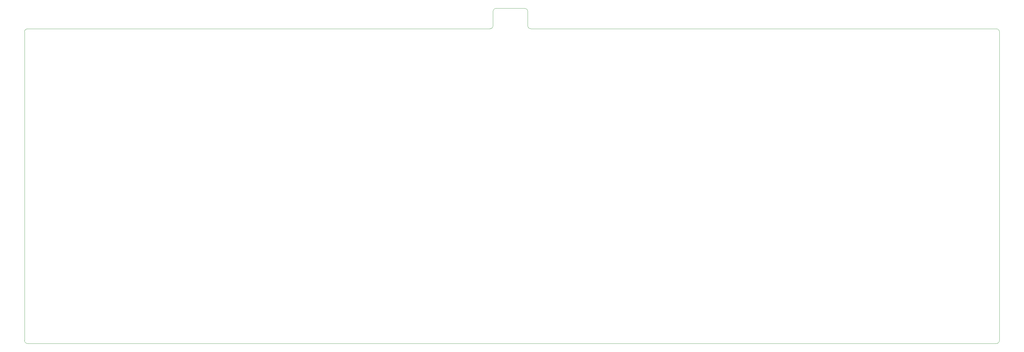
<source format=gbr>
%TF.GenerationSoftware,KiCad,Pcbnew,(5.1.6)-1*%
%TF.CreationDate,2021-08-29T18:58:36-04:00*%
%TF.ProjectId,QAZ_65,51415a5f-3635-42e6-9b69-6361645f7063,v1.2*%
%TF.SameCoordinates,Original*%
%TF.FileFunction,Profile,NP*%
%FSLAX46Y46*%
G04 Gerber Fmt 4.6, Leading zero omitted, Abs format (unit mm)*
G04 Created by KiCad (PCBNEW (5.1.6)-1) date 2021-08-29 18:58:36*
%MOMM*%
%LPD*%
G01*
G04 APERTURE LIST*
%TA.AperFunction,Profile*%
%ADD10C,0.050000*%
%TD*%
G04 APERTURE END LIST*
D10*
X207126000Y-80928000D02*
X216126000Y-80928000D01*
X206126000Y-81928000D02*
G75*
G02*
X207126000Y-80928000I1000000J0D01*
G01*
X216126000Y-80928000D02*
G75*
G02*
X217126000Y-81928000I0J-1000000D01*
G01*
X257126000Y-87428000D02*
X218126000Y-87428000D01*
X206126000Y-86428000D02*
X206126000Y-81928000D01*
X217126000Y-86428000D02*
X217126000Y-81928000D01*
X218126000Y-87428000D02*
G75*
G02*
X217126000Y-86428000I0J1000000D01*
G01*
X365626000Y-87428000D02*
X257126000Y-87428000D01*
X206126000Y-86428000D02*
G75*
G02*
X205126000Y-87428000I-1000000J0D01*
G01*
X58626000Y-87428000D02*
X205126000Y-87428000D01*
X57626000Y-88428000D02*
G75*
G02*
X58626000Y-87428000I1000000J0D01*
G01*
X365626000Y-87428000D02*
G75*
G02*
X366626000Y-88428000I0J-1000000D01*
G01*
X366626000Y-186428000D02*
G75*
G02*
X365626000Y-187428000I-1000000J0D01*
G01*
X58626000Y-187428000D02*
G75*
G02*
X57626000Y-186428000I0J1000000D01*
G01*
X57626000Y-185428000D02*
X57626000Y-186428000D01*
X366626000Y-88428000D02*
X366626000Y-186428000D01*
X57626000Y-185428000D02*
X57626000Y-88428000D01*
X365626000Y-187428000D02*
X58626000Y-187428000D01*
M02*

</source>
